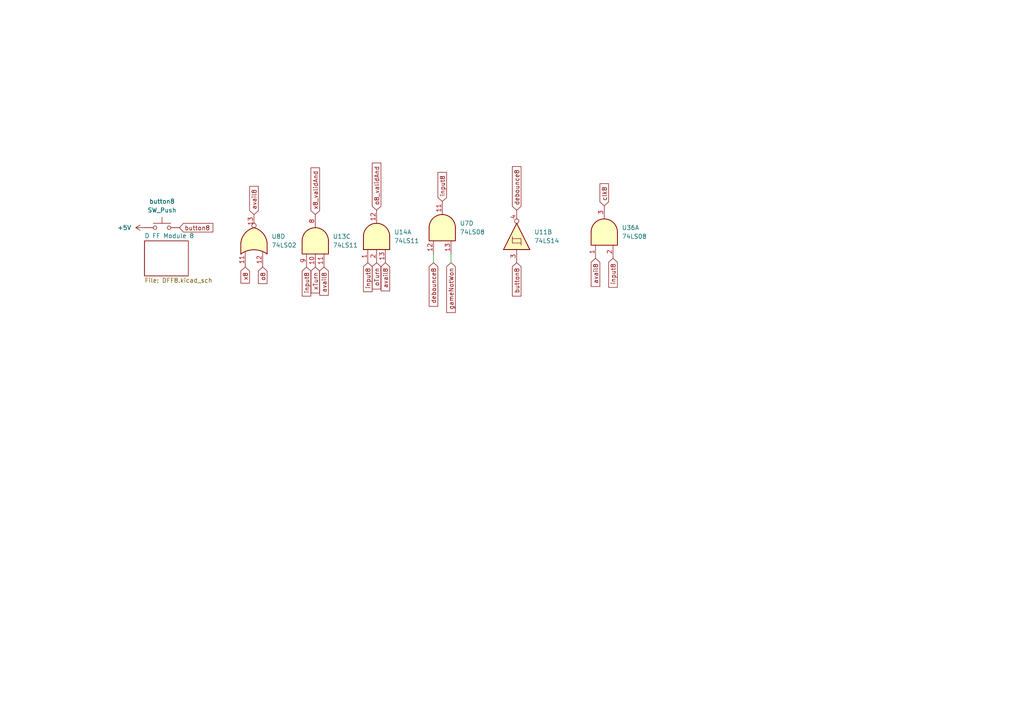
<source format=kicad_sch>
(kicad_sch
	(version 20250114)
	(generator "eeschema")
	(generator_version "9.0")
	(uuid "ecc926be-ca33-4adb-bca6-9f5bee590cbc")
	(paper "A4")
	(lib_symbols
		(symbol "74xx:74LS02"
			(pin_names
				(offset 1.016)
			)
			(exclude_from_sim no)
			(in_bom yes)
			(on_board yes)
			(property "Reference" "U"
				(at 0 1.27 0)
				(effects
					(font
						(size 1.27 1.27)
					)
				)
			)
			(property "Value" "74LS02"
				(at 0 -1.27 0)
				(effects
					(font
						(size 1.27 1.27)
					)
				)
			)
			(property "Footprint" ""
				(at 0 0 0)
				(effects
					(font
						(size 1.27 1.27)
					)
					(hide yes)
				)
			)
			(property "Datasheet" "http://www.ti.com/lit/gpn/sn74ls02"
				(at 0 0 0)
				(effects
					(font
						(size 1.27 1.27)
					)
					(hide yes)
				)
			)
			(property "Description" "quad 2-input NOR gate"
				(at 0 0 0)
				(effects
					(font
						(size 1.27 1.27)
					)
					(hide yes)
				)
			)
			(property "ki_locked" ""
				(at 0 0 0)
				(effects
					(font
						(size 1.27 1.27)
					)
				)
			)
			(property "ki_keywords" "TTL Nor2"
				(at 0 0 0)
				(effects
					(font
						(size 1.27 1.27)
					)
					(hide yes)
				)
			)
			(property "ki_fp_filters" "SO14* DIP*W7.62mm*"
				(at 0 0 0)
				(effects
					(font
						(size 1.27 1.27)
					)
					(hide yes)
				)
			)
			(symbol "74LS02_1_1"
				(arc
					(start -3.81 3.81)
					(mid -2.589 0)
					(end -3.81 -3.81)
					(stroke
						(width 0.254)
						(type default)
					)
					(fill
						(type none)
					)
				)
				(polyline
					(pts
						(xy -3.81 3.81) (xy -0.635 3.81)
					)
					(stroke
						(width 0.254)
						(type default)
					)
					(fill
						(type background)
					)
				)
				(polyline
					(pts
						(xy -3.81 -3.81) (xy -0.635 -3.81)
					)
					(stroke
						(width 0.254)
						(type default)
					)
					(fill
						(type background)
					)
				)
				(arc
					(start 3.81 0)
					(mid 2.1855 -2.584)
					(end -0.6096 -3.81)
					(stroke
						(width 0.254)
						(type default)
					)
					(fill
						(type background)
					)
				)
				(arc
					(start -0.6096 3.81)
					(mid 2.1928 2.5924)
					(end 3.81 0)
					(stroke
						(width 0.254)
						(type default)
					)
					(fill
						(type background)
					)
				)
				(polyline
					(pts
						(xy -0.635 3.81) (xy -3.81 3.81) (xy -3.81 3.81) (xy -3.556 3.4036) (xy -3.0226 2.2606) (xy -2.6924 1.0414)
						(xy -2.6162 -0.254) (xy -2.7686 -1.4986) (xy -3.175 -2.7178) (xy -3.81 -3.81) (xy -3.81 -3.81)
						(xy -0.635 -3.81)
					)
					(stroke
						(width -25.4)
						(type default)
					)
					(fill
						(type background)
					)
				)
				(pin input line
					(at -7.62 2.54 0)
					(length 4.318)
					(name "~"
						(effects
							(font
								(size 1.27 1.27)
							)
						)
					)
					(number "2"
						(effects
							(font
								(size 1.27 1.27)
							)
						)
					)
				)
				(pin input line
					(at -7.62 -2.54 0)
					(length 4.318)
					(name "~"
						(effects
							(font
								(size 1.27 1.27)
							)
						)
					)
					(number "3"
						(effects
							(font
								(size 1.27 1.27)
							)
						)
					)
				)
				(pin output inverted
					(at 7.62 0 180)
					(length 3.81)
					(name "~"
						(effects
							(font
								(size 1.27 1.27)
							)
						)
					)
					(number "1"
						(effects
							(font
								(size 1.27 1.27)
							)
						)
					)
				)
			)
			(symbol "74LS02_1_2"
				(arc
					(start 0 3.81)
					(mid 3.7934 0)
					(end 0 -3.81)
					(stroke
						(width 0.254)
						(type default)
					)
					(fill
						(type background)
					)
				)
				(polyline
					(pts
						(xy 0 3.81) (xy -3.81 3.81) (xy -3.81 -3.81) (xy 0 -3.81)
					)
					(stroke
						(width 0.254)
						(type default)
					)
					(fill
						(type background)
					)
				)
				(pin input inverted
					(at -7.62 2.54 0)
					(length 3.81)
					(name "~"
						(effects
							(font
								(size 1.27 1.27)
							)
						)
					)
					(number "2"
						(effects
							(font
								(size 1.27 1.27)
							)
						)
					)
				)
				(pin input inverted
					(at -7.62 -2.54 0)
					(length 3.81)
					(name "~"
						(effects
							(font
								(size 1.27 1.27)
							)
						)
					)
					(number "3"
						(effects
							(font
								(size 1.27 1.27)
							)
						)
					)
				)
				(pin output line
					(at 7.62 0 180)
					(length 3.81)
					(name "~"
						(effects
							(font
								(size 1.27 1.27)
							)
						)
					)
					(number "1"
						(effects
							(font
								(size 1.27 1.27)
							)
						)
					)
				)
			)
			(symbol "74LS02_2_1"
				(arc
					(start -3.81 3.81)
					(mid -2.589 0)
					(end -3.81 -3.81)
					(stroke
						(width 0.254)
						(type default)
					)
					(fill
						(type none)
					)
				)
				(polyline
					(pts
						(xy -3.81 3.81) (xy -0.635 3.81)
					)
					(stroke
						(width 0.254)
						(type default)
					)
					(fill
						(type background)
					)
				)
				(polyline
					(pts
						(xy -3.81 -3.81) (xy -0.635 -3.81)
					)
					(stroke
						(width 0.254)
						(type default)
					)
					(fill
						(type background)
					)
				)
				(arc
					(start 3.81 0)
					(mid 2.1855 -2.584)
					(end -0.6096 -3.81)
					(stroke
						(width 0.254)
						(type default)
					)
					(fill
						(type background)
					)
				)
				(arc
					(start -0.6096 3.81)
					(mid 2.1928 2.5924)
					(end 3.81 0)
					(stroke
						(width 0.254)
						(type default)
					)
					(fill
						(type background)
					)
				)
				(polyline
					(pts
						(xy -0.635 3.81) (xy -3.81 3.81) (xy -3.81 3.81) (xy -3.556 3.4036) (xy -3.0226 2.2606) (xy -2.6924 1.0414)
						(xy -2.6162 -0.254) (xy -2.7686 -1.4986) (xy -3.175 -2.7178) (xy -3.81 -3.81) (xy -3.81 -3.81)
						(xy -0.635 -3.81)
					)
					(stroke
						(width -25.4)
						(type default)
					)
					(fill
						(type background)
					)
				)
				(pin input line
					(at -7.62 2.54 0)
					(length 4.318)
					(name "~"
						(effects
							(font
								(size 1.27 1.27)
							)
						)
					)
					(number "5"
						(effects
							(font
								(size 1.27 1.27)
							)
						)
					)
				)
				(pin input line
					(at -7.62 -2.54 0)
					(length 4.318)
					(name "~"
						(effects
							(font
								(size 1.27 1.27)
							)
						)
					)
					(number "6"
						(effects
							(font
								(size 1.27 1.27)
							)
						)
					)
				)
				(pin output inverted
					(at 7.62 0 180)
					(length 3.81)
					(name "~"
						(effects
							(font
								(size 1.27 1.27)
							)
						)
					)
					(number "4"
						(effects
							(font
								(size 1.27 1.27)
							)
						)
					)
				)
			)
			(symbol "74LS02_2_2"
				(arc
					(start 0 3.81)
					(mid 3.7934 0)
					(end 0 -3.81)
					(stroke
						(width 0.254)
						(type default)
					)
					(fill
						(type background)
					)
				)
				(polyline
					(pts
						(xy 0 3.81) (xy -3.81 3.81) (xy -3.81 -3.81) (xy 0 -3.81)
					)
					(stroke
						(width 0.254)
						(type default)
					)
					(fill
						(type background)
					)
				)
				(pin input inverted
					(at -7.62 2.54 0)
					(length 3.81)
					(name "~"
						(effects
							(font
								(size 1.27 1.27)
							)
						)
					)
					(number "5"
						(effects
							(font
								(size 1.27 1.27)
							)
						)
					)
				)
				(pin input inverted
					(at -7.62 -2.54 0)
					(length 3.81)
					(name "~"
						(effects
							(font
								(size 1.27 1.27)
							)
						)
					)
					(number "6"
						(effects
							(font
								(size 1.27 1.27)
							)
						)
					)
				)
				(pin output line
					(at 7.62 0 180)
					(length 3.81)
					(name "~"
						(effects
							(font
								(size 1.27 1.27)
							)
						)
					)
					(number "4"
						(effects
							(font
								(size 1.27 1.27)
							)
						)
					)
				)
			)
			(symbol "74LS02_3_1"
				(arc
					(start -3.81 3.81)
					(mid -2.589 0)
					(end -3.81 -3.81)
					(stroke
						(width 0.254)
						(type default)
					)
					(fill
						(type none)
					)
				)
				(polyline
					(pts
						(xy -3.81 3.81) (xy -0.635 3.81)
					)
					(stroke
						(width 0.254)
						(type default)
					)
					(fill
						(type background)
					)
				)
				(polyline
					(pts
						(xy -3.81 -3.81) (xy -0.635 -3.81)
					)
					(stroke
						(width 0.254)
						(type default)
					)
					(fill
						(type background)
					)
				)
				(arc
					(start 3.81 0)
					(mid 2.1855 -2.584)
					(end -0.6096 -3.81)
					(stroke
						(width 0.254)
						(type default)
					)
					(fill
						(type background)
					)
				)
				(arc
					(start -0.6096 3.81)
					(mid 2.1928 2.5924)
					(end 3.81 0)
					(stroke
						(width 0.254)
						(type default)
					)
					(fill
						(type background)
					)
				)
				(polyline
					(pts
						(xy -0.635 3.81) (xy -3.81 3.81) (xy -3.81 3.81) (xy -3.556 3.4036) (xy -3.0226 2.2606) (xy -2.6924 1.0414)
						(xy -2.6162 -0.254) (xy -2.7686 -1.4986) (xy -3.175 -2.7178) (xy -3.81 -3.81) (xy -3.81 -3.81)
						(xy -0.635 -3.81)
					)
					(stroke
						(width -25.4)
						(type default)
					)
					(fill
						(type background)
					)
				)
				(pin input line
					(at -7.62 2.54 0)
					(length 4.318)
					(name "~"
						(effects
							(font
								(size 1.27 1.27)
							)
						)
					)
					(number "8"
						(effects
							(font
								(size 1.27 1.27)
							)
						)
					)
				)
				(pin input line
					(at -7.62 -2.54 0)
					(length 4.318)
					(name "~"
						(effects
							(font
								(size 1.27 1.27)
							)
						)
					)
					(number "9"
						(effects
							(font
								(size 1.27 1.27)
							)
						)
					)
				)
				(pin output inverted
					(at 7.62 0 180)
					(length 3.81)
					(name "~"
						(effects
							(font
								(size 1.27 1.27)
							)
						)
					)
					(number "10"
						(effects
							(font
								(size 1.27 1.27)
							)
						)
					)
				)
			)
			(symbol "74LS02_3_2"
				(arc
					(start 0 3.81)
					(mid 3.7934 0)
					(end 0 -3.81)
					(stroke
						(width 0.254)
						(type default)
					)
					(fill
						(type background)
					)
				)
				(polyline
					(pts
						(xy 0 3.81) (xy -3.81 3.81) (xy -3.81 -3.81) (xy 0 -3.81)
					)
					(stroke
						(width 0.254)
						(type default)
					)
					(fill
						(type background)
					)
				)
				(pin input inverted
					(at -7.62 2.54 0)
					(length 3.81)
					(name "~"
						(effects
							(font
								(size 1.27 1.27)
							)
						)
					)
					(number "8"
						(effects
							(font
								(size 1.27 1.27)
							)
						)
					)
				)
				(pin input inverted
					(at -7.62 -2.54 0)
					(length 3.81)
					(name "~"
						(effects
							(font
								(size 1.27 1.27)
							)
						)
					)
					(number "9"
						(effects
							(font
								(size 1.27 1.27)
							)
						)
					)
				)
				(pin output line
					(at 7.62 0 180)
					(length 3.81)
					(name "~"
						(effects
							(font
								(size 1.27 1.27)
							)
						)
					)
					(number "10"
						(effects
							(font
								(size 1.27 1.27)
							)
						)
					)
				)
			)
			(symbol "74LS02_4_1"
				(arc
					(start -3.81 3.81)
					(mid -2.589 0)
					(end -3.81 -3.81)
					(stroke
						(width 0.254)
						(type default)
					)
					(fill
						(type none)
					)
				)
				(polyline
					(pts
						(xy -3.81 3.81) (xy -0.635 3.81)
					)
					(stroke
						(width 0.254)
						(type default)
					)
					(fill
						(type background)
					)
				)
				(polyline
					(pts
						(xy -3.81 -3.81) (xy -0.635 -3.81)
					)
					(stroke
						(width 0.254)
						(type default)
					)
					(fill
						(type background)
					)
				)
				(arc
					(start 3.81 0)
					(mid 2.1855 -2.584)
					(end -0.6096 -3.81)
					(stroke
						(width 0.254)
						(type default)
					)
					(fill
						(type background)
					)
				)
				(arc
					(start -0.6096 3.81)
					(mid 2.1928 2.5924)
					(end 3.81 0)
					(stroke
						(width 0.254)
						(type default)
					)
					(fill
						(type background)
					)
				)
				(polyline
					(pts
						(xy -0.635 3.81) (xy -3.81 3.81) (xy -3.81 3.81) (xy -3.556 3.4036) (xy -3.0226 2.2606) (xy -2.6924 1.0414)
						(xy -2.6162 -0.254) (xy -2.7686 -1.4986) (xy -3.175 -2.7178) (xy -3.81 -3.81) (xy -3.81 -3.81)
						(xy -0.635 -3.81)
					)
					(stroke
						(width -25.4)
						(type default)
					)
					(fill
						(type background)
					)
				)
				(pin input line
					(at -7.62 2.54 0)
					(length 4.318)
					(name "~"
						(effects
							(font
								(size 1.27 1.27)
							)
						)
					)
					(number "11"
						(effects
							(font
								(size 1.27 1.27)
							)
						)
					)
				)
				(pin input line
					(at -7.62 -2.54 0)
					(length 4.318)
					(name "~"
						(effects
							(font
								(size 1.27 1.27)
							)
						)
					)
					(number "12"
						(effects
							(font
								(size 1.27 1.27)
							)
						)
					)
				)
				(pin output inverted
					(at 7.62 0 180)
					(length 3.81)
					(name "~"
						(effects
							(font
								(size 1.27 1.27)
							)
						)
					)
					(number "13"
						(effects
							(font
								(size 1.27 1.27)
							)
						)
					)
				)
			)
			(symbol "74LS02_4_2"
				(arc
					(start 0 3.81)
					(mid 3.7934 0)
					(end 0 -3.81)
					(stroke
						(width 0.254)
						(type default)
					)
					(fill
						(type background)
					)
				)
				(polyline
					(pts
						(xy 0 3.81) (xy -3.81 3.81) (xy -3.81 -3.81) (xy 0 -3.81)
					)
					(stroke
						(width 0.254)
						(type default)
					)
					(fill
						(type background)
					)
				)
				(pin input inverted
					(at -7.62 2.54 0)
					(length 3.81)
					(name "~"
						(effects
							(font
								(size 1.27 1.27)
							)
						)
					)
					(number "11"
						(effects
							(font
								(size 1.27 1.27)
							)
						)
					)
				)
				(pin input inverted
					(at -7.62 -2.54 0)
					(length 3.81)
					(name "~"
						(effects
							(font
								(size 1.27 1.27)
							)
						)
					)
					(number "12"
						(effects
							(font
								(size 1.27 1.27)
							)
						)
					)
				)
				(pin output line
					(at 7.62 0 180)
					(length 3.81)
					(name "~"
						(effects
							(font
								(size 1.27 1.27)
							)
						)
					)
					(number "13"
						(effects
							(font
								(size 1.27 1.27)
							)
						)
					)
				)
			)
			(symbol "74LS02_5_0"
				(pin power_in line
					(at 0 12.7 270)
					(length 5.08)
					(name "VCC"
						(effects
							(font
								(size 1.27 1.27)
							)
						)
					)
					(number "14"
						(effects
							(font
								(size 1.27 1.27)
							)
						)
					)
				)
				(pin power_in line
					(at 0 -12.7 90)
					(length 5.08)
					(name "GND"
						(effects
							(font
								(size 1.27 1.27)
							)
						)
					)
					(number "7"
						(effects
							(font
								(size 1.27 1.27)
							)
						)
					)
				)
			)
			(symbol "74LS02_5_1"
				(rectangle
					(start -5.08 7.62)
					(end 5.08 -7.62)
					(stroke
						(width 0.254)
						(type default)
					)
					(fill
						(type background)
					)
				)
			)
			(embedded_fonts no)
		)
		(symbol "74xx:74LS08"
			(pin_names
				(offset 1.016)
			)
			(exclude_from_sim no)
			(in_bom yes)
			(on_board yes)
			(property "Reference" "U"
				(at 0 1.27 0)
				(effects
					(font
						(size 1.27 1.27)
					)
				)
			)
			(property "Value" "74LS08"
				(at 0 -1.27 0)
				(effects
					(font
						(size 1.27 1.27)
					)
				)
			)
			(property "Footprint" ""
				(at 0 0 0)
				(effects
					(font
						(size 1.27 1.27)
					)
					(hide yes)
				)
			)
			(property "Datasheet" "http://www.ti.com/lit/gpn/sn74LS08"
				(at 0 0 0)
				(effects
					(font
						(size 1.27 1.27)
					)
					(hide yes)
				)
			)
			(property "Description" "Quad And2"
				(at 0 0 0)
				(effects
					(font
						(size 1.27 1.27)
					)
					(hide yes)
				)
			)
			(property "ki_locked" ""
				(at 0 0 0)
				(effects
					(font
						(size 1.27 1.27)
					)
				)
			)
			(property "ki_keywords" "TTL and2"
				(at 0 0 0)
				(effects
					(font
						(size 1.27 1.27)
					)
					(hide yes)
				)
			)
			(property "ki_fp_filters" "DIP*W7.62mm*"
				(at 0 0 0)
				(effects
					(font
						(size 1.27 1.27)
					)
					(hide yes)
				)
			)
			(symbol "74LS08_1_1"
				(arc
					(start 0 3.81)
					(mid 3.7934 0)
					(end 0 -3.81)
					(stroke
						(width 0.254)
						(type default)
					)
					(fill
						(type background)
					)
				)
				(polyline
					(pts
						(xy 0 3.81) (xy -3.81 3.81) (xy -3.81 -3.81) (xy 0 -3.81)
					)
					(stroke
						(width 0.254)
						(type default)
					)
					(fill
						(type background)
					)
				)
				(pin input line
					(at -7.62 2.54 0)
					(length 3.81)
					(name "~"
						(effects
							(font
								(size 1.27 1.27)
							)
						)
					)
					(number "1"
						(effects
							(font
								(size 1.27 1.27)
							)
						)
					)
				)
				(pin input line
					(at -7.62 -2.54 0)
					(length 3.81)
					(name "~"
						(effects
							(font
								(size 1.27 1.27)
							)
						)
					)
					(number "2"
						(effects
							(font
								(size 1.27 1.27)
							)
						)
					)
				)
				(pin output line
					(at 7.62 0 180)
					(length 3.81)
					(name "~"
						(effects
							(font
								(size 1.27 1.27)
							)
						)
					)
					(number "3"
						(effects
							(font
								(size 1.27 1.27)
							)
						)
					)
				)
			)
			(symbol "74LS08_1_2"
				(arc
					(start -3.81 3.81)
					(mid -2.589 0)
					(end -3.81 -3.81)
					(stroke
						(width 0.254)
						(type default)
					)
					(fill
						(type none)
					)
				)
				(polyline
					(pts
						(xy -3.81 3.81) (xy -0.635 3.81)
					)
					(stroke
						(width 0.254)
						(type default)
					)
					(fill
						(type background)
					)
				)
				(polyline
					(pts
						(xy -3.81 -3.81) (xy -0.635 -3.81)
					)
					(stroke
						(width 0.254)
						(type default)
					)
					(fill
						(type background)
					)
				)
				(arc
					(start 3.81 0)
					(mid 2.1855 -2.584)
					(end -0.6096 -3.81)
					(stroke
						(width 0.254)
						(type default)
					)
					(fill
						(type background)
					)
				)
				(arc
					(start -0.6096 3.81)
					(mid 2.1928 2.5924)
					(end 3.81 0)
					(stroke
						(width 0.254)
						(type default)
					)
					(fill
						(type background)
					)
				)
				(polyline
					(pts
						(xy -0.635 3.81) (xy -3.81 3.81) (xy -3.81 3.81) (xy -3.556 3.4036) (xy -3.0226 2.2606) (xy -2.6924 1.0414)
						(xy -2.6162 -0.254) (xy -2.7686 -1.4986) (xy -3.175 -2.7178) (xy -3.81 -3.81) (xy -3.81 -3.81)
						(xy -0.635 -3.81)
					)
					(stroke
						(width -25.4)
						(type default)
					)
					(fill
						(type background)
					)
				)
				(pin input inverted
					(at -7.62 2.54 0)
					(length 4.318)
					(name "~"
						(effects
							(font
								(size 1.27 1.27)
							)
						)
					)
					(number "1"
						(effects
							(font
								(size 1.27 1.27)
							)
						)
					)
				)
				(pin input inverted
					(at -7.62 -2.54 0)
					(length 4.318)
					(name "~"
						(effects
							(font
								(size 1.27 1.27)
							)
						)
					)
					(number "2"
						(effects
							(font
								(size 1.27 1.27)
							)
						)
					)
				)
				(pin output inverted
					(at 7.62 0 180)
					(length 3.81)
					(name "~"
						(effects
							(font
								(size 1.27 1.27)
							)
						)
					)
					(number "3"
						(effects
							(font
								(size 1.27 1.27)
							)
						)
					)
				)
			)
			(symbol "74LS08_2_1"
				(arc
					(start 0 3.81)
					(mid 3.7934 0)
					(end 0 -3.81)
					(stroke
						(width 0.254)
						(type default)
					)
					(fill
						(type background)
					)
				)
				(polyline
					(pts
						(xy 0 3.81) (xy -3.81 3.81) (xy -3.81 -3.81) (xy 0 -3.81)
					)
					(stroke
						(width 0.254)
						(type default)
					)
					(fill
						(type background)
					)
				)
				(pin input line
					(at -7.62 2.54 0)
					(length 3.81)
					(name "~"
						(effects
							(font
								(size 1.27 1.27)
							)
						)
					)
					(number "4"
						(effects
							(font
								(size 1.27 1.27)
							)
						)
					)
				)
				(pin input line
					(at -7.62 -2.54 0)
					(length 3.81)
					(name "~"
						(effects
							(font
								(size 1.27 1.27)
							)
						)
					)
					(number "5"
						(effects
							(font
								(size 1.27 1.27)
							)
						)
					)
				)
				(pin output line
					(at 7.62 0 180)
					(length 3.81)
					(name "~"
						(effects
							(font
								(size 1.27 1.27)
							)
						)
					)
					(number "6"
						(effects
							(font
								(size 1.27 1.27)
							)
						)
					)
				)
			)
			(symbol "74LS08_2_2"
				(arc
					(start -3.81 3.81)
					(mid -2.589 0)
					(end -3.81 -3.81)
					(stroke
						(width 0.254)
						(type default)
					)
					(fill
						(type none)
					)
				)
				(polyline
					(pts
						(xy -3.81 3.81) (xy -0.635 3.81)
					)
					(stroke
						(width 0.254)
						(type default)
					)
					(fill
						(type background)
					)
				)
				(polyline
					(pts
						(xy -3.81 -3.81) (xy -0.635 -3.81)
					)
					(stroke
						(width 0.254)
						(type default)
					)
					(fill
						(type background)
					)
				)
				(arc
					(start 3.81 0)
					(mid 2.1855 -2.584)
					(end -0.6096 -3.81)
					(stroke
						(width 0.254)
						(type default)
					)
					(fill
						(type background)
					)
				)
				(arc
					(start -0.6096 3.81)
					(mid 2.1928 2.5924)
					(end 3.81 0)
					(stroke
						(width 0.254)
						(type default)
					)
					(fill
						(type background)
					)
				)
				(polyline
					(pts
						(xy -0.635 3.81) (xy -3.81 3.81) (xy -3.81 3.81) (xy -3.556 3.4036) (xy -3.0226 2.2606) (xy -2.6924 1.0414)
						(xy -2.6162 -0.254) (xy -2.7686 -1.4986) (xy -3.175 -2.7178) (xy -3.81 -3.81) (xy -3.81 -3.81)
						(xy -0.635 -3.81)
					)
					(stroke
						(width -25.4)
						(type default)
					)
					(fill
						(type background)
					)
				)
				(pin input inverted
					(at -7.62 2.54 0)
					(length 4.318)
					(name "~"
						(effects
							(font
								(size 1.27 1.27)
							)
						)
					)
					(number "4"
						(effects
							(font
								(size 1.27 1.27)
							)
						)
					)
				)
				(pin input inverted
					(at -7.62 -2.54 0)
					(length 4.318)
					(name "~"
						(effects
							(font
								(size 1.27 1.27)
							)
						)
					)
					(number "5"
						(effects
							(font
								(size 1.27 1.27)
							)
						)
					)
				)
				(pin output inverted
					(at 7.62 0 180)
					(length 3.81)
					(name "~"
						(effects
							(font
								(size 1.27 1.27)
							)
						)
					)
					(number "6"
						(effects
							(font
								(size 1.27 1.27)
							)
						)
					)
				)
			)
			(symbol "74LS08_3_1"
				(arc
					(start 0 3.81)
					(mid 3.7934 0)
					(end 0 -3.81)
					(stroke
						(width 0.254)
						(type default)
					)
					(fill
						(type background)
					)
				)
				(polyline
					(pts
						(xy 0 3.81) (xy -3.81 3.81) (xy -3.81 -3.81) (xy 0 -3.81)
					)
					(stroke
						(width 0.254)
						(type default)
					)
					(fill
						(type background)
					)
				)
				(pin input line
					(at -7.62 2.54 0)
					(length 3.81)
					(name "~"
						(effects
							(font
								(size 1.27 1.27)
							)
						)
					)
					(number "9"
						(effects
							(font
								(size 1.27 1.27)
							)
						)
					)
				)
				(pin input line
					(at -7.62 -2.54 0)
					(length 3.81)
					(name "~"
						(effects
							(font
								(size 1.27 1.27)
							)
						)
					)
					(number "10"
						(effects
							(font
								(size 1.27 1.27)
							)
						)
					)
				)
				(pin output line
					(at 7.62 0 180)
					(length 3.81)
					(name "~"
						(effects
							(font
								(size 1.27 1.27)
							)
						)
					)
					(number "8"
						(effects
							(font
								(size 1.27 1.27)
							)
						)
					)
				)
			)
			(symbol "74LS08_3_2"
				(arc
					(start -3.81 3.81)
					(mid -2.589 0)
					(end -3.81 -3.81)
					(stroke
						(width 0.254)
						(type default)
					)
					(fill
						(type none)
					)
				)
				(polyline
					(pts
						(xy -3.81 3.81) (xy -0.635 3.81)
					)
					(stroke
						(width 0.254)
						(type default)
					)
					(fill
						(type background)
					)
				)
				(polyline
					(pts
						(xy -3.81 -3.81) (xy -0.635 -3.81)
					)
					(stroke
						(width 0.254)
						(type default)
					)
					(fill
						(type background)
					)
				)
				(arc
					(start 3.81 0)
					(mid 2.1855 -2.584)
					(end -0.6096 -3.81)
					(stroke
						(width 0.254)
						(type default)
					)
					(fill
						(type background)
					)
				)
				(arc
					(start -0.6096 3.81)
					(mid 2.1928 2.5924)
					(end 3.81 0)
					(stroke
						(width 0.254)
						(type default)
					)
					(fill
						(type background)
					)
				)
				(polyline
					(pts
						(xy -0.635 3.81) (xy -3.81 3.81) (xy -3.81 3.81) (xy -3.556 3.4036) (xy -3.0226 2.2606) (xy -2.6924 1.0414)
						(xy -2.6162 -0.254) (xy -2.7686 -1.4986) (xy -3.175 -2.7178) (xy -3.81 -3.81) (xy -3.81 -3.81)
						(xy -0.635 -3.81)
					)
					(stroke
						(width -25.4)
						(type default)
					)
					(fill
						(type background)
					)
				)
				(pin input inverted
					(at -7.62 2.54 0)
					(length 4.318)
					(name "~"
						(effects
							(font
								(size 1.27 1.27)
							)
						)
					)
					(number "9"
						(effects
							(font
								(size 1.27 1.27)
							)
						)
					)
				)
				(pin input inverted
					(at -7.62 -2.54 0)
					(length 4.318)
					(name "~"
						(effects
							(font
								(size 1.27 1.27)
							)
						)
					)
					(number "10"
						(effects
							(font
								(size 1.27 1.27)
							)
						)
					)
				)
				(pin output inverted
					(at 7.62 0 180)
					(length 3.81)
					(name "~"
						(effects
							(font
								(size 1.27 1.27)
							)
						)
					)
					(number "8"
						(effects
							(font
								(size 1.27 1.27)
							)
						)
					)
				)
			)
			(symbol "74LS08_4_1"
				(arc
					(start 0 3.81)
					(mid 3.7934 0)
					(end 0 -3.81)
					(stroke
						(width 0.254)
						(type default)
					)
					(fill
						(type background)
					)
				)
				(polyline
					(pts
						(xy 0 3.81) (xy -3.81 3.81) (xy -3.81 -3.81) (xy 0 -3.81)
					)
					(stroke
						(width 0.254)
						(type default)
					)
					(fill
						(type background)
					)
				)
				(pin input line
					(at -7.62 2.54 0)
					(length 3.81)
					(name "~"
						(effects
							(font
								(size 1.27 1.27)
							)
						)
					)
					(number "12"
						(effects
							(font
								(size 1.27 1.27)
							)
						)
					)
				)
				(pin input line
					(at -7.62 -2.54 0)
					(length 3.81)
					(name "~"
						(effects
							(font
								(size 1.27 1.27)
							)
						)
					)
					(number "13"
						(effects
							(font
								(size 1.27 1.27)
							)
						)
					)
				)
				(pin output line
					(at 7.62 0 180)
					(length 3.81)
					(name "~"
						(effects
							(font
								(size 1.27 1.27)
							)
						)
					)
					(number "11"
						(effects
							(font
								(size 1.27 1.27)
							)
						)
					)
				)
			)
			(symbol "74LS08_4_2"
				(arc
					(start -3.81 3.81)
					(mid -2.589 0)
					(end -3.81 -3.81)
					(stroke
						(width 0.254)
						(type default)
					)
					(fill
						(type none)
					)
				)
				(polyline
					(pts
						(xy -3.81 3.81) (xy -0.635 3.81)
					)
					(stroke
						(width 0.254)
						(type default)
					)
					(fill
						(type background)
					)
				)
				(polyline
					(pts
						(xy -3.81 -3.81) (xy -0.635 -3.81)
					)
					(stroke
						(width 0.254)
						(type default)
					)
					(fill
						(type background)
					)
				)
				(arc
					(start 3.81 0)
					(mid 2.1855 -2.584)
					(end -0.6096 -3.81)
					(stroke
						(width 0.254)
						(type default)
					)
					(fill
						(type background)
					)
				)
				(arc
					(start -0.6096 3.81)
					(mid 2.1928 2.5924)
					(end 3.81 0)
					(stroke
						(width 0.254)
						(type default)
					)
					(fill
						(type background)
					)
				)
				(polyline
					(pts
						(xy -0.635 3.81) (xy -3.81 3.81) (xy -3.81 3.81) (xy -3.556 3.4036) (xy -3.0226 2.2606) (xy -2.6924 1.0414)
						(xy -2.6162 -0.254) (xy -2.7686 -1.4986) (xy -3.175 -2.7178) (xy -3.81 -3.81) (xy -3.81 -3.81)
						(xy -0.635 -3.81)
					)
					(stroke
						(width -25.4)
						(type default)
					)
					(fill
						(type background)
					)
				)
				(pin input inverted
					(at -7.62 2.54 0)
					(length 4.318)
					(name "~"
						(effects
							(font
								(size 1.27 1.27)
							)
						)
					)
					(number "12"
						(effects
							(font
								(size 1.27 1.27)
							)
						)
					)
				)
				(pin input inverted
					(at -7.62 -2.54 0)
					(length 4.318)
					(name "~"
						(effects
							(font
								(size 1.27 1.27)
							)
						)
					)
					(number "13"
						(effects
							(font
								(size 1.27 1.27)
							)
						)
					)
				)
				(pin output inverted
					(at 7.62 0 180)
					(length 3.81)
					(name "~"
						(effects
							(font
								(size 1.27 1.27)
							)
						)
					)
					(number "11"
						(effects
							(font
								(size 1.27 1.27)
							)
						)
					)
				)
			)
			(symbol "74LS08_5_0"
				(pin power_in line
					(at 0 12.7 270)
					(length 5.08)
					(name "VCC"
						(effects
							(font
								(size 1.27 1.27)
							)
						)
					)
					(number "14"
						(effects
							(font
								(size 1.27 1.27)
							)
						)
					)
				)
				(pin power_in line
					(at 0 -12.7 90)
					(length 5.08)
					(name "GND"
						(effects
							(font
								(size 1.27 1.27)
							)
						)
					)
					(number "7"
						(effects
							(font
								(size 1.27 1.27)
							)
						)
					)
				)
			)
			(symbol "74LS08_5_1"
				(rectangle
					(start -5.08 7.62)
					(end 5.08 -7.62)
					(stroke
						(width 0.254)
						(type default)
					)
					(fill
						(type background)
					)
				)
			)
			(embedded_fonts no)
		)
		(symbol "74xx:74LS11"
			(pin_names
				(offset 1.016)
			)
			(exclude_from_sim no)
			(in_bom yes)
			(on_board yes)
			(property "Reference" "U"
				(at 0 1.27 0)
				(effects
					(font
						(size 1.27 1.27)
					)
				)
			)
			(property "Value" "74LS11"
				(at 0 -1.27 0)
				(effects
					(font
						(size 1.27 1.27)
					)
				)
			)
			(property "Footprint" ""
				(at 0 0 0)
				(effects
					(font
						(size 1.27 1.27)
					)
					(hide yes)
				)
			)
			(property "Datasheet" "http://www.ti.com/lit/gpn/sn74LS11"
				(at 0 0 0)
				(effects
					(font
						(size 1.27 1.27)
					)
					(hide yes)
				)
			)
			(property "Description" "Triple 3-input AND"
				(at 0 0 0)
				(effects
					(font
						(size 1.27 1.27)
					)
					(hide yes)
				)
			)
			(property "ki_locked" ""
				(at 0 0 0)
				(effects
					(font
						(size 1.27 1.27)
					)
				)
			)
			(property "ki_keywords" "TTL And3"
				(at 0 0 0)
				(effects
					(font
						(size 1.27 1.27)
					)
					(hide yes)
				)
			)
			(property "ki_fp_filters" "DIP*W7.62mm*"
				(at 0 0 0)
				(effects
					(font
						(size 1.27 1.27)
					)
					(hide yes)
				)
			)
			(symbol "74LS11_1_1"
				(arc
					(start 0 3.81)
					(mid 3.7934 0)
					(end 0 -3.81)
					(stroke
						(width 0.254)
						(type default)
					)
					(fill
						(type background)
					)
				)
				(polyline
					(pts
						(xy 0 3.81) (xy -3.81 3.81) (xy -3.81 -3.81) (xy 0 -3.81)
					)
					(stroke
						(width 0.254)
						(type default)
					)
					(fill
						(type background)
					)
				)
				(pin input line
					(at -7.62 2.54 0)
					(length 3.81)
					(name "~"
						(effects
							(font
								(size 1.27 1.27)
							)
						)
					)
					(number "1"
						(effects
							(font
								(size 1.27 1.27)
							)
						)
					)
				)
				(pin input line
					(at -7.62 0 0)
					(length 3.81)
					(name "~"
						(effects
							(font
								(size 1.27 1.27)
							)
						)
					)
					(number "2"
						(effects
							(font
								(size 1.27 1.27)
							)
						)
					)
				)
				(pin input line
					(at -7.62 -2.54 0)
					(length 3.81)
					(name "~"
						(effects
							(font
								(size 1.27 1.27)
							)
						)
					)
					(number "13"
						(effects
							(font
								(size 1.27 1.27)
							)
						)
					)
				)
				(pin output line
					(at 7.62 0 180)
					(length 3.81)
					(name "~"
						(effects
							(font
								(size 1.27 1.27)
							)
						)
					)
					(number "12"
						(effects
							(font
								(size 1.27 1.27)
							)
						)
					)
				)
			)
			(symbol "74LS11_1_2"
				(arc
					(start -3.81 3.81)
					(mid -2.589 0)
					(end -3.81 -3.81)
					(stroke
						(width 0.254)
						(type default)
					)
					(fill
						(type none)
					)
				)
				(polyline
					(pts
						(xy -3.81 3.81) (xy -0.635 3.81)
					)
					(stroke
						(width 0.254)
						(type default)
					)
					(fill
						(type background)
					)
				)
				(polyline
					(pts
						(xy -3.81 -3.81) (xy -0.635 -3.81)
					)
					(stroke
						(width 0.254)
						(type default)
					)
					(fill
						(type background)
					)
				)
				(arc
					(start 3.81 0)
					(mid 2.1855 -2.584)
					(end -0.6096 -3.81)
					(stroke
						(width 0.254)
						(type default)
					)
					(fill
						(type background)
					)
				)
				(arc
					(start -0.6096 3.81)
					(mid 2.1928 2.5924)
					(end 3.81 0)
					(stroke
						(width 0.254)
						(type default)
					)
					(fill
						(type background)
					)
				)
				(polyline
					(pts
						(xy -0.635 3.81) (xy -3.81 3.81) (xy -3.81 3.81) (xy -3.556 3.4036) (xy -3.0226 2.2606) (xy -2.6924 1.0414)
						(xy -2.6162 -0.254) (xy -2.7686 -1.4986) (xy -3.175 -2.7178) (xy -3.81 -3.81) (xy -3.81 -3.81)
						(xy -0.635 -3.81)
					)
					(stroke
						(width -25.4)
						(type default)
					)
					(fill
						(type background)
					)
				)
				(pin input inverted
					(at -7.62 2.54 0)
					(length 4.318)
					(name "~"
						(effects
							(font
								(size 1.27 1.27)
							)
						)
					)
					(number "1"
						(effects
							(font
								(size 1.27 1.27)
							)
						)
					)
				)
				(pin input inverted
					(at -7.62 0 0)
					(length 4.953)
					(name "~"
						(effects
							(font
								(size 1.27 1.27)
							)
						)
					)
					(number "2"
						(effects
							(font
								(size 1.27 1.27)
							)
						)
					)
				)
				(pin input inverted
					(at -7.62 -2.54 0)
					(length 4.318)
					(name "~"
						(effects
							(font
								(size 1.27 1.27)
							)
						)
					)
					(number "13"
						(effects
							(font
								(size 1.27 1.27)
							)
						)
					)
				)
				(pin output inverted
					(at 7.62 0 180)
					(length 3.81)
					(name "~"
						(effects
							(font
								(size 1.27 1.27)
							)
						)
					)
					(number "12"
						(effects
							(font
								(size 1.27 1.27)
							)
						)
					)
				)
			)
			(symbol "74LS11_2_1"
				(arc
					(start 0 3.81)
					(mid 3.7934 0)
					(end 0 -3.81)
					(stroke
						(width 0.254)
						(type default)
					)
					(fill
						(type background)
					)
				)
				(polyline
					(pts
						(xy 0 3.81) (xy -3.81 3.81) (xy -3.81 -3.81) (xy 0 -3.81)
					)
					(stroke
						(width 0.254)
						(type default)
					)
					(fill
						(type background)
					)
				)
				(pin input line
					(at -7.62 2.54 0)
					(length 3.81)
					(name "~"
						(effects
							(font
								(size 1.27 1.27)
							)
						)
					)
					(number "3"
						(effects
							(font
								(size 1.27 1.27)
							)
						)
					)
				)
				(pin input line
					(at -7.62 0 0)
					(length 3.81)
					(name "~"
						(effects
							(font
								(size 1.27 1.27)
							)
						)
					)
					(number "4"
						(effects
							(font
								(size 1.27 1.27)
							)
						)
					)
				)
				(pin input line
					(at -7.62 -2.54 0)
					(length 3.81)
					(name "~"
						(effects
							(font
								(size 1.27 1.27)
							)
						)
					)
					(number "5"
						(effects
							(font
								(size 1.27 1.27)
							)
						)
					)
				)
				(pin output line
					(at 7.62 0 180)
					(length 3.81)
					(name "~"
						(effects
							(font
								(size 1.27 1.27)
							)
						)
					)
					(number "6"
						(effects
							(font
								(size 1.27 1.27)
							)
						)
					)
				)
			)
			(symbol "74LS11_2_2"
				(arc
					(start -3.81 3.81)
					(mid -2.589 0)
					(end -3.81 -3.81)
					(stroke
						(width 0.254)
						(type default)
					)
					(fill
						(type none)
					)
				)
				(polyline
					(pts
						(xy -3.81 3.81) (xy -0.635 3.81)
					)
					(stroke
						(width 0.254)
						(type default)
					)
					(fill
						(type background)
					)
				)
				(polyline
					(pts
						(xy -3.81 -3.81) (xy -0.635 -3.81)
					)
					(stroke
						(width 0.254)
						(type default)
					)
					(fill
						(type background)
					)
				)
				(arc
					(start 3.81 0)
					(mid 2.1855 -2.584)
					(end -0.6096 -3.81)
					(stroke
						(width 0.254)
						(type default)
					)
					(fill
						(type background)
					)
				)
				(arc
					(start -0.6096 3.81)
					(mid 2.1928 2.5924)
					(end 3.81 0)
					(stroke
						(width 0.254)
						(type default)
					)
					(fill
						(type background)
					)
				)
				(polyline
					(pts
						(xy -0.635 3.81) (xy -3.81 3.81) (xy -3.81 3.81) (xy -3.556 3.4036) (xy -3.0226 2.2606) (xy -2.6924 1.0414)
						(xy -2.6162 -0.254) (xy -2.7686 -1.4986) (xy -3.175 -2.7178) (xy -3.81 -3.81) (xy -3.81 -3.81)
						(xy -0.635 -3.81)
					)
					(stroke
						(width -25.4)
						(type default)
					)
					(fill
						(type background)
					)
				)
				(pin input inverted
					(at -7.62 2.54 0)
					(length 4.318)
					(name "~"
						(effects
							(font
								(size 1.27 1.27)
							)
						)
					)
					(number "3"
						(effects
							(font
								(size 1.27 1.27)
							)
						)
					)
				)
				(pin input inverted
					(at -7.62 0 0)
					(length 4.953)
					(name "~"
						(effects
							(font
								(size 1.27 1.27)
							)
						)
					)
					(number "4"
						(effects
							(font
								(size 1.27 1.27)
							)
						)
					)
				)
				(pin input inverted
					(at -7.62 -2.54 0)
					(length 4.318)
					(name "~"
						(effects
							(font
								(size 1.27 1.27)
							)
						)
					)
					(number "5"
						(effects
							(font
								(size 1.27 1.27)
							)
						)
					)
				)
				(pin output inverted
					(at 7.62 0 180)
					(length 3.81)
					(name "~"
						(effects
							(font
								(size 1.27 1.27)
							)
						)
					)
					(number "6"
						(effects
							(font
								(size 1.27 1.27)
							)
						)
					)
				)
			)
			(symbol "74LS11_3_1"
				(arc
					(start 0 3.81)
					(mid 3.7934 0)
					(end 0 -3.81)
					(stroke
						(width 0.254)
						(type default)
					)
					(fill
						(type background)
					)
				)
				(polyline
					(pts
						(xy 0 3.81) (xy -3.81 3.81) (xy -3.81 -3.81) (xy 0 -3.81)
					)
					(stroke
						(width 0.254)
						(type default)
					)
					(fill
						(type background)
					)
				)
				(pin input line
					(at -7.62 2.54 0)
					(length 3.81)
					(name "~"
						(effects
							(font
								(size 1.27 1.27)
							)
						)
					)
					(number "9"
						(effects
							(font
								(size 1.27 1.27)
							)
						)
					)
				)
				(pin input line
					(at -7.62 0 0)
					(length 3.81)
					(name "~"
						(effects
							(font
								(size 1.27 1.27)
							)
						)
					)
					(number "10"
						(effects
							(font
								(size 1.27 1.27)
							)
						)
					)
				)
				(pin input line
					(at -7.62 -2.54 0)
					(length 3.81)
					(name "~"
						(effects
							(font
								(size 1.27 1.27)
							)
						)
					)
					(number "11"
						(effects
							(font
								(size 1.27 1.27)
							)
						)
					)
				)
				(pin output line
					(at 7.62 0 180)
					(length 3.81)
					(name "~"
						(effects
							(font
								(size 1.27 1.27)
							)
						)
					)
					(number "8"
						(effects
							(font
								(size 1.27 1.27)
							)
						)
					)
				)
			)
			(symbol "74LS11_3_2"
				(arc
					(start -3.81 3.81)
					(mid -2.589 0)
					(end -3.81 -3.81)
					(stroke
						(width 0.254)
						(type default)
					)
					(fill
						(type none)
					)
				)
				(polyline
					(pts
						(xy -3.81 3.81) (xy -0.635 3.81)
					)
					(stroke
						(width 0.254)
						(type default)
					)
					(fill
						(type background)
					)
				)
				(polyline
					(pts
						(xy -3.81 -3.81) (xy -0.635 -3.81)
					)
					(stroke
						(width 0.254)
						(type default)
					)
					(fill
						(type background)
					)
				)
				(arc
					(start 3.81 0)
					(mid 2.1855 -2.584)
					(end -0.6096 -3.81)
					(stroke
						(width 0.254)
						(type default)
					)
					(fill
						(type background)
					)
				)
				(arc
					(start -0.6096 3.81)
					(mid 2.1928 2.5924)
					(end 3.81 0)
					(stroke
						(width 0.254)
						(type default)
					)
					(fill
						(type background)
					)
				)
				(polyline
					(pts
						(xy -0.635 3.81) (xy -3.81 3.81) (xy -3.81 3.81) (xy -3.556 3.4036) (xy -3.0226 2.2606) (xy -2.6924 1.0414)
						(xy -2.6162 -0.254) (xy -2.7686 -1.4986) (xy -3.175 -2.7178) (xy -3.81 -3.81) (xy -3.81 -3.81)
						(xy -0.635 -3.81)
					)
					(stroke
						(width -25.4)
						(type default)
					)
					(fill
						(type background)
					)
				)
				(pin input inverted
					(at -7.62 2.54 0)
					(length 4.318)
					(name "~"
						(effects
							(font
								(size 1.27 1.27)
							)
						)
					)
					(number "9"
						(effects
							(font
								(size 1.27 1.27)
							)
						)
					)
				)
				(pin input inverted
					(at -7.62 0 0)
					(length 4.953)
					(name "~"
						(effects
							(font
								(size 1.27 1.27)
							)
						)
					)
					(number "10"
						(effects
							(font
								(size 1.27 1.27)
							)
						)
					)
				)
				(pin input inverted
					(at -7.62 -2.54 0)
					(length 4.318)
					(name "~"
						(effects
							(font
								(size 1.27 1.27)
							)
						)
					)
					(number "11"
						(effects
							(font
								(size 1.27 1.27)
							)
						)
					)
				)
				(pin output inverted
					(at 7.62 0 180)
					(length 3.81)
					(name "~"
						(effects
							(font
								(size 1.27 1.27)
							)
						)
					)
					(number "8"
						(effects
							(font
								(size 1.27 1.27)
							)
						)
					)
				)
			)
			(symbol "74LS11_4_0"
				(pin power_in line
					(at 0 12.7 270)
					(length 5.08)
					(name "VCC"
						(effects
							(font
								(size 1.27 1.27)
							)
						)
					)
					(number "14"
						(effects
							(font
								(size 1.27 1.27)
							)
						)
					)
				)
				(pin power_in line
					(at 0 -12.7 90)
					(length 5.08)
					(name "GND"
						(effects
							(font
								(size 1.27 1.27)
							)
						)
					)
					(number "7"
						(effects
							(font
								(size 1.27 1.27)
							)
						)
					)
				)
			)
			(symbol "74LS11_4_1"
				(rectangle
					(start -5.08 7.62)
					(end 5.08 -7.62)
					(stroke
						(width 0.254)
						(type default)
					)
					(fill
						(type background)
					)
				)
			)
			(embedded_fonts no)
		)
		(symbol "74xx:74LS14"
			(pin_names
				(offset 1.016)
			)
			(exclude_from_sim no)
			(in_bom yes)
			(on_board yes)
			(property "Reference" "U"
				(at 0 1.27 0)
				(effects
					(font
						(size 1.27 1.27)
					)
				)
			)
			(property "Value" "74LS14"
				(at 0 -1.27 0)
				(effects
					(font
						(size 1.27 1.27)
					)
				)
			)
			(property "Footprint" ""
				(at 0 0 0)
				(effects
					(font
						(size 1.27 1.27)
					)
					(hide yes)
				)
			)
			(property "Datasheet" "http://www.ti.com/lit/gpn/sn74LS14"
				(at 0 0 0)
				(effects
					(font
						(size 1.27 1.27)
					)
					(hide yes)
				)
			)
			(property "Description" "Hex inverter schmitt trigger"
				(at 0 0 0)
				(effects
					(font
						(size 1.27 1.27)
					)
					(hide yes)
				)
			)
			(property "ki_locked" ""
				(at 0 0 0)
				(effects
					(font
						(size 1.27 1.27)
					)
				)
			)
			(property "ki_keywords" "TTL not inverter"
				(at 0 0 0)
				(effects
					(font
						(size 1.27 1.27)
					)
					(hide yes)
				)
			)
			(property "ki_fp_filters" "DIP*W7.62mm*"
				(at 0 0 0)
				(effects
					(font
						(size 1.27 1.27)
					)
					(hide yes)
				)
			)
			(symbol "74LS14_1_0"
				(polyline
					(pts
						(xy -3.81 3.81) (xy -3.81 -3.81) (xy 3.81 0) (xy -3.81 3.81)
					)
					(stroke
						(width 0.254)
						(type default)
					)
					(fill
						(type background)
					)
				)
				(pin input line
					(at -7.62 0 0)
					(length 3.81)
					(name "~"
						(effects
							(font
								(size 1.27 1.27)
							)
						)
					)
					(number "1"
						(effects
							(font
								(size 1.27 1.27)
							)
						)
					)
				)
				(pin output inverted
					(at 7.62 0 180)
					(length 3.81)
					(name "~"
						(effects
							(font
								(size 1.27 1.27)
							)
						)
					)
					(number "2"
						(effects
							(font
								(size 1.27 1.27)
							)
						)
					)
				)
			)
			(symbol "74LS14_1_1"
				(polyline
					(pts
						(xy -2.54 -1.27) (xy -0.635 -1.27) (xy -0.635 1.27) (xy 0 1.27)
					)
					(stroke
						(width 0)
						(type default)
					)
					(fill
						(type none)
					)
				)
				(polyline
					(pts
						(xy -1.905 -1.27) (xy -1.905 1.27) (xy -0.635 1.27)
					)
					(stroke
						(width 0)
						(type default)
					)
					(fill
						(type none)
					)
				)
			)
			(symbol "74LS14_2_0"
				(polyline
					(pts
						(xy -3.81 3.81) (xy -3.81 -3.81) (xy 3.81 0) (xy -3.81 3.81)
					)
					(stroke
						(width 0.254)
						(type default)
					)
					(fill
						(type background)
					)
				)
				(pin input line
					(at -7.62 0 0)
					(length 3.81)
					(name "~"
						(effects
							(font
								(size 1.27 1.27)
							)
						)
					)
					(number "3"
						(effects
							(font
								(size 1.27 1.27)
							)
						)
					)
				)
				(pin output inverted
					(at 7.62 0 180)
					(length 3.81)
					(name "~"
						(effects
							(font
								(size 1.27 1.27)
							)
						)
					)
					(number "4"
						(effects
							(font
								(size 1.27 1.27)
							)
						)
					)
				)
			)
			(symbol "74LS14_2_1"
				(polyline
					(pts
						(xy -2.54 -1.27) (xy -0.635 -1.27) (xy -0.635 1.27) (xy 0 1.27)
					)
					(stroke
						(width 0)
						(type default)
					)
					(fill
						(type none)
					)
				)
				(polyline
					(pts
						(xy -1.905 -1.27) (xy -1.905 1.27) (xy -0.635 1.27)
					)
					(stroke
						(width 0)
						(type default)
					)
					(fill
						(type none)
					)
				)
			)
			(symbol "74LS14_3_0"
				(polyline
					(pts
						(xy -3.81 3.81) (xy -3.81 -3.81) (xy 3.81 0) (xy -3.81 3.81)
					)
					(stroke
						(width 0.254)
						(type default)
					)
					(fill
						(type background)
					)
				)
				(pin input line
					(at -7.62 0 0)
					(length 3.81)
					(name "~"
						(effects
							(font
								(size 1.27 1.27)
							)
						)
					)
					(number "5"
						(effects
							(font
								(size 1.27 1.27)
							)
						)
					)
				)
				(pin output inverted
					(at 7.62 0 180)
					(length 3.81)
					(name "~"
						(effects
							(font
								(size 1.27 1.27)
							)
						)
					)
					(number "6"
						(effects
							(font
								(size 1.27 1.27)
							)
						)
					)
				)
			)
			(symbol "74LS14_3_1"
				(polyline
					(pts
						(xy -2.54 -1.27) (xy -0.635 -1.27) (xy -0.635 1.27) (xy 0 1.27)
					)
					(stroke
						(width 0)
						(type default)
					)
					(fill
						(type none)
					)
				)
				(polyline
					(pts
						(xy -1.905 -1.27) (xy -1.905 1.27) (xy -0.635 1.27)
					)
					(stroke
						(width 0)
						(type default)
					)
					(fill
						(type none)
					)
				)
			)
			(symbol "74LS14_4_0"
				(polyline
					(pts
						(xy -3.81 3.81) (xy -3.81 -3.81) (xy 3.81 0) (xy -3.81 3.81)
					)
					(stroke
						(width 0.254)
						(type default)
					)
					(fill
						(type background)
					)
				)
				(pin input line
					(at -7.62 0 0)
					(length 3.81)
					(name "~"
						(effects
							(font
								(size 1.27 1.27)
							)
						)
					)
					(number "9"
						(effects
							(font
								(size 1.27 1.27)
							)
						)
					)
				)
				(pin output inverted
					(at 7.62 0 180)
					(length 3.81)
					(name "~"
						(effects
							(font
								(size 1.27 1.27)
							)
						)
					)
					(number "8"
						(effects
							(font
								(size 1.27 1.27)
							)
						)
					)
				)
			)
			(symbol "74LS14_4_1"
				(polyline
					(pts
						(xy -2.54 -1.27) (xy -0.635 -1.27) (xy -0.635 1.27) (xy 0 1.27)
					)
					(stroke
						(width 0)
						(type default)
					)
					(fill
						(type none)
					)
				)
				(polyline
					(pts
						(xy -1.905 -1.27) (xy -1.905 1.27) (xy -0.635 1.27)
					)
					(stroke
						(width 0)
						(type default)
					)
					(fill
						(type none)
					)
				)
			)
			(symbol "74LS14_5_0"
				(polyline
					(pts
						(xy -3.81 3.81) (xy -3.81 -3.81) (xy 3.81 0) (xy -3.81 3.81)
					)
					(stroke
						(width 0.254)
						(type default)
					)
					(fill
						(type background)
					)
				)
				(pin input line
					(at -7.62 0 0)
					(length 3.81)
					(name "~"
						(effects
							(font
								(size 1.27 1.27)
							)
						)
					)
					(number "11"
						(effects
							(font
								(size 1.27 1.27)
							)
						)
					)
				)
				(pin output inverted
					(at 7.62 0 180)
					(length 3.81)
					(name "~"
						(effects
							(font
								(size 1.27 1.27)
							)
						)
					)
					(number "10"
						(effects
							(font
								(size 1.27 1.27)
							)
						)
					)
				)
			)
			(symbol "74LS14_5_1"
				(polyline
					(pts
						(xy -2.54 -1.27) (xy -0.635 -1.27) (xy -0.635 1.27) (xy 0 1.27)
					)
					(stroke
						(width 0)
						(type default)
					)
					(fill
						(type none)
					)
				)
				(polyline
					(pts
						(xy -1.905 -1.27) (xy -1.905 1.27) (xy -0.635 1.27)
					)
					(stroke
						(width 0)
						(type default)
					)
					(fill
						(type none)
					)
				)
			)
			(symbol "74LS14_6_0"
				(polyline
					(pts
						(xy -3.81 3.81) (xy -3.81 -3.81) (xy 3.81 0) (xy -3.81 3.81)
					)
					(stroke
						(width 0.254)
						(type default)
					)
					(fill
						(type background)
					)
				)
				(pin input line
					(at -7.62 0 0)
					(length 3.81)
					(name "~"
						(effects
							(font
								(size 1.27 1.27)
							)
						)
					)
					(number "13"
						(effects
							(font
								(size 1.27 1.27)
							)
						)
					)
				)
				(pin output inverted
					(at 7.62 0 180)
					(length 3.81)
					(name "~"
						(effects
							(font
								(size 1.27 1.27)
							)
						)
					)
					(number "12"
						(effects
							(font
								(size 1.27 1.27)
							)
						)
					)
				)
			)
			(symbol "74LS14_6_1"
				(polyline
					(pts
						(xy -2.54 -1.27) (xy -0.635 -1.27) (xy -0.635 1.27) (xy 0 1.27)
					)
					(stroke
						(width 0)
						(type default)
					)
					(fill
						(type none)
					)
				)
				(polyline
					(pts
						(xy -1.905 -1.27) (xy -1.905 1.27) (xy -0.635 1.27)
					)
					(stroke
						(width 0)
						(type default)
					)
					(fill
						(type none)
					)
				)
			)
			(symbol "74LS14_7_0"
				(pin power_in line
					(at 0 12.7 270)
					(length 5.08)
					(name "VCC"
						(effects
							(font
								(size 1.27 1.27)
							)
						)
					)
					(number "14"
						(effects
							(font
								(size 1.27 1.27)
							)
						)
					)
				)
				(pin power_in line
					(at 0 -12.7 90)
					(length 5.08)
					(name "GND"
						(effects
							(font
								(size 1.27 1.27)
							)
						)
					)
					(number "7"
						(effects
							(font
								(size 1.27 1.27)
							)
						)
					)
				)
			)
			(symbol "74LS14_7_1"
				(rectangle
					(start -5.08 7.62)
					(end 5.08 -7.62)
					(stroke
						(width 0.254)
						(type default)
					)
					(fill
						(type background)
					)
				)
			)
			(embedded_fonts no)
		)
		(symbol "Switch:SW_Push"
			(pin_numbers
				(hide yes)
			)
			(pin_names
				(offset 1.016)
				(hide yes)
			)
			(exclude_from_sim no)
			(in_bom yes)
			(on_board yes)
			(property "Reference" "SW"
				(at 1.27 2.54 0)
				(effects
					(font
						(size 1.27 1.27)
					)
					(justify left)
				)
			)
			(property "Value" "SW_Push"
				(at 0 -1.524 0)
				(effects
					(font
						(size 1.27 1.27)
					)
				)
			)
			(property "Footprint" ""
				(at 0 5.08 0)
				(effects
					(font
						(size 1.27 1.27)
					)
					(hide yes)
				)
			)
			(property "Datasheet" "~"
				(at 0 5.08 0)
				(effects
					(font
						(size 1.27 1.27)
					)
					(hide yes)
				)
			)
			(property "Description" "Push button switch, generic, two pins"
				(at 0 0 0)
				(effects
					(font
						(size 1.27 1.27)
					)
					(hide yes)
				)
			)
			(property "ki_keywords" "switch normally-open pushbutton push-button"
				(at 0 0 0)
				(effects
					(font
						(size 1.27 1.27)
					)
					(hide yes)
				)
			)
			(symbol "SW_Push_0_1"
				(circle
					(center -2.032 0)
					(radius 0.508)
					(stroke
						(width 0)
						(type default)
					)
					(fill
						(type none)
					)
				)
				(polyline
					(pts
						(xy 0 1.27) (xy 0 3.048)
					)
					(stroke
						(width 0)
						(type default)
					)
					(fill
						(type none)
					)
				)
				(circle
					(center 2.032 0)
					(radius 0.508)
					(stroke
						(width 0)
						(type default)
					)
					(fill
						(type none)
					)
				)
				(polyline
					(pts
						(xy 2.54 1.27) (xy -2.54 1.27)
					)
					(stroke
						(width 0)
						(type default)
					)
					(fill
						(type none)
					)
				)
				(pin passive line
					(at -5.08 0 0)
					(length 2.54)
					(name "1"
						(effects
							(font
								(size 1.27 1.27)
							)
						)
					)
					(number "1"
						(effects
							(font
								(size 1.27 1.27)
							)
						)
					)
				)
				(pin passive line
					(at 5.08 0 180)
					(length 2.54)
					(name "2"
						(effects
							(font
								(size 1.27 1.27)
							)
						)
					)
					(number "2"
						(effects
							(font
								(size 1.27 1.27)
							)
						)
					)
				)
			)
			(embedded_fonts no)
		)
		(symbol "power:+5V"
			(power)
			(pin_numbers
				(hide yes)
			)
			(pin_names
				(offset 0)
				(hide yes)
			)
			(exclude_from_sim no)
			(in_bom yes)
			(on_board yes)
			(property "Reference" "#PWR"
				(at 0 -3.81 0)
				(effects
					(font
						(size 1.27 1.27)
					)
					(hide yes)
				)
			)
			(property "Value" "+5V"
				(at 0 3.556 0)
				(effects
					(font
						(size 1.27 1.27)
					)
				)
			)
			(property "Footprint" ""
				(at 0 0 0)
				(effects
					(font
						(size 1.27 1.27)
					)
					(hide yes)
				)
			)
			(property "Datasheet" ""
				(at 0 0 0)
				(effects
					(font
						(size 1.27 1.27)
					)
					(hide yes)
				)
			)
			(property "Description" "Power symbol creates a global label with name \"+5V\""
				(at 0 0 0)
				(effects
					(font
						(size 1.27 1.27)
					)
					(hide yes)
				)
			)
			(property "ki_keywords" "global power"
				(at 0 0 0)
				(effects
					(font
						(size 1.27 1.27)
					)
					(hide yes)
				)
			)
			(symbol "+5V_0_1"
				(polyline
					(pts
						(xy -0.762 1.27) (xy 0 2.54)
					)
					(stroke
						(width 0)
						(type default)
					)
					(fill
						(type none)
					)
				)
				(polyline
					(pts
						(xy 0 2.54) (xy 0.762 1.27)
					)
					(stroke
						(width 0)
						(type default)
					)
					(fill
						(type none)
					)
				)
				(polyline
					(pts
						(xy 0 0) (xy 0 2.54)
					)
					(stroke
						(width 0)
						(type default)
					)
					(fill
						(type none)
					)
				)
			)
			(symbol "+5V_1_1"
				(pin power_in line
					(at 0 0 90)
					(length 0)
					(name "~"
						(effects
							(font
								(size 1.27 1.27)
							)
						)
					)
					(number "1"
						(effects
							(font
								(size 1.27 1.27)
							)
						)
					)
				)
			)
			(embedded_fonts no)
		)
	)
	(wire
		(pts
			(xy 125.73 73.66) (xy 125.73 76.2)
		)
		(stroke
			(width 0)
			(type default)
		)
		(uuid "76cc8945-8a4c-4a9e-8fdb-94e4c5f6a028")
	)
	(wire
		(pts
			(xy 130.81 73.66) (xy 130.81 76.2)
		)
		(stroke
			(width 0)
			(type default)
		)
		(uuid "93ec6e08-9a9b-406c-8194-d40c62d569d1")
	)
	(global_label "clk8"
		(shape input)
		(at 175.26 59.69 90)
		(fields_autoplaced yes)
		(effects
			(font
				(size 1.27 1.27)
			)
			(justify left)
		)
		(uuid "049d0f1c-eb28-4257-b83e-14edd2d55fde")
		(property "Intersheetrefs" "${INTERSHEET_REFS}"
			(at 175.26 52.7134 90)
			(effects
				(font
					(size 1.27 1.27)
				)
				(justify left)
				(hide yes)
			)
		)
	)
	(global_label "x8_validAnd"
		(shape input)
		(at 91.44 62.23 90)
		(fields_autoplaced yes)
		(effects
			(font
				(size 1.27 1.27)
			)
			(justify left)
		)
		(uuid "1abf49d3-1649-4701-a7bd-ab64a8792ca7")
		(property "Intersheetrefs" "${INTERSHEET_REFS}"
			(at 91.44 48.1174 90)
			(effects
				(font
					(size 1.27 1.27)
				)
				(justify left)
				(hide yes)
			)
		)
	)
	(global_label "avail8"
		(shape input)
		(at 172.72 74.93 270)
		(fields_autoplaced yes)
		(effects
			(font
				(size 1.27 1.27)
			)
			(justify right)
		)
		(uuid "33e55b2d-962b-401f-b035-0c97872a9348")
		(property "Intersheetrefs" "${INTERSHEET_REFS}"
			(at 172.72 83.6603 90)
			(effects
				(font
					(size 1.27 1.27)
				)
				(justify right)
				(hide yes)
			)
		)
	)
	(global_label "debounce8"
		(shape input)
		(at 149.86 60.96 90)
		(fields_autoplaced yes)
		(effects
			(font
				(size 1.27 1.27)
			)
			(justify left)
		)
		(uuid "36ffd8dc-e66a-4a69-ae89-d3765b84fcce")
		(property "Intersheetrefs" "${INTERSHEET_REFS}"
			(at 149.86 47.7545 90)
			(effects
				(font
					(size 1.27 1.27)
				)
				(justify left)
				(hide yes)
			)
		)
	)
	(global_label "x8"
		(shape input)
		(at 71.12 77.47 270)
		(fields_autoplaced yes)
		(effects
			(font
				(size 1.27 1.27)
			)
			(justify right)
		)
		(uuid "4624312d-7380-471a-948e-6753686bbf81")
		(property "Intersheetrefs" "${INTERSHEET_REFS}"
			(at 71.12 82.6928 90)
			(effects
				(font
					(size 1.27 1.27)
				)
				(justify right)
				(hide yes)
			)
		)
	)
	(global_label "input8"
		(shape input)
		(at 177.8 74.93 270)
		(fields_autoplaced yes)
		(effects
			(font
				(size 1.27 1.27)
			)
			(justify right)
		)
		(uuid "4b220b0c-1732-416a-8eff-8f148f0c2276")
		(property "Intersheetrefs" "${INTERSHEET_REFS}"
			(at 177.8 83.9022 90)
			(effects
				(font
					(size 1.27 1.27)
				)
				(justify right)
				(hide yes)
			)
		)
	)
	(global_label "debounce8"
		(shape input)
		(at 125.73 76.2 270)
		(fields_autoplaced yes)
		(effects
			(font
				(size 1.27 1.27)
			)
			(justify right)
		)
		(uuid "4dd93907-ee06-4ae3-bf4a-6370958d5c14")
		(property "Intersheetrefs" "${INTERSHEET_REFS}"
			(at 125.73 89.4055 90)
			(effects
				(font
					(size 1.27 1.27)
				)
				(justify right)
				(hide yes)
			)
		)
	)
	(global_label "input8"
		(shape input)
		(at 128.27 58.42 90)
		(fields_autoplaced yes)
		(effects
			(font
				(size 1.27 1.27)
			)
			(justify left)
		)
		(uuid "52c30136-0e70-4431-822e-547d43a53bb4")
		(property "Intersheetrefs" "${INTERSHEET_REFS}"
			(at 128.27 49.4478 90)
			(effects
				(font
					(size 1.27 1.27)
				)
				(justify left)
				(hide yes)
			)
		)
	)
	(global_label "avail8"
		(shape input)
		(at 73.66 62.23 90)
		(fields_autoplaced yes)
		(effects
			(font
				(size 1.27 1.27)
			)
			(justify left)
		)
		(uuid "7f83e809-0675-4424-aadb-44e638c336db")
		(property "Intersheetrefs" "${INTERSHEET_REFS}"
			(at 73.66 53.4997 90)
			(effects
				(font
					(size 1.27 1.27)
				)
				(justify left)
				(hide yes)
			)
		)
	)
	(global_label "oTurn"
		(shape input)
		(at 109.22 76.2 270)
		(fields_autoplaced yes)
		(effects
			(font
				(size 1.27 1.27)
			)
			(justify right)
		)
		(uuid "878955df-edfa-4051-80a2-8a354b355beb")
		(property "Intersheetrefs" "${INTERSHEET_REFS}"
			(at 109.22 84.386 90)
			(effects
				(font
					(size 1.27 1.27)
				)
				(justify right)
				(hide yes)
			)
		)
	)
	(global_label "input8"
		(shape input)
		(at 88.9 77.47 270)
		(fields_autoplaced yes)
		(effects
			(font
				(size 1.27 1.27)
			)
			(justify right)
		)
		(uuid "9c815491-4f7f-4109-903b-bd3aae7d7bde")
		(property "Intersheetrefs" "${INTERSHEET_REFS}"
			(at 88.9 86.4422 90)
			(effects
				(font
					(size 1.27 1.27)
				)
				(justify right)
				(hide yes)
			)
		)
	)
	(global_label "button8"
		(shape input)
		(at 149.86 76.2 270)
		(fields_autoplaced yes)
		(effects
			(font
				(size 1.27 1.27)
			)
			(justify right)
		)
		(uuid "a9d1c1cd-e790-4111-9eb2-da00154036b8")
		(property "Intersheetrefs" "${INTERSHEET_REFS}"
			(at 149.86 86.4421 90)
			(effects
				(font
					(size 1.27 1.27)
				)
				(justify right)
				(hide yes)
			)
		)
	)
	(global_label "avail8"
		(shape input)
		(at 111.76 76.2 270)
		(fields_autoplaced yes)
		(effects
			(font
				(size 1.27 1.27)
			)
			(justify right)
		)
		(uuid "aada6b63-6edc-4526-aff9-51ed87d32130")
		(property "Intersheetrefs" "${INTERSHEET_REFS}"
			(at 111.76 84.9303 90)
			(effects
				(font
					(size 1.27 1.27)
				)
				(justify right)
				(hide yes)
			)
		)
	)
	(global_label "avail8"
		(shape input)
		(at 93.98 77.47 270)
		(fields_autoplaced yes)
		(effects
			(font
				(size 1.27 1.27)
			)
			(justify right)
		)
		(uuid "b833f77d-bd00-4943-8b61-c0ad040b4d5e")
		(property "Intersheetrefs" "${INTERSHEET_REFS}"
			(at 93.98 86.2003 90)
			(effects
				(font
					(size 1.27 1.27)
				)
				(justify right)
				(hide yes)
			)
		)
	)
	(global_label "xTurn"
		(shape input)
		(at 91.44 77.47 270)
		(fields_autoplaced yes)
		(effects
			(font
				(size 1.27 1.27)
			)
			(justify right)
		)
		(uuid "bb394980-5d72-4fc8-acaa-0faf621470e4")
		(property "Intersheetrefs" "${INTERSHEET_REFS}"
			(at 91.44 85.5351 90)
			(effects
				(font
					(size 1.27 1.27)
				)
				(justify right)
				(hide yes)
			)
		)
	)
	(global_label "o8"
		(shape input)
		(at 76.2 77.47 270)
		(fields_autoplaced yes)
		(effects
			(font
				(size 1.27 1.27)
			)
			(justify right)
		)
		(uuid "c76ae546-5c24-4c73-874c-3a5ea39bb2ce")
		(property "Intersheetrefs" "${INTERSHEET_REFS}"
			(at 76.2 82.8137 90)
			(effects
				(font
					(size 1.27 1.27)
				)
				(justify right)
				(hide yes)
			)
		)
	)
	(global_label "o8_validAnd"
		(shape input)
		(at 109.22 60.96 90)
		(fields_autoplaced yes)
		(effects
			(font
				(size 1.27 1.27)
			)
			(justify left)
		)
		(uuid "d998ceb5-fa15-495a-8f20-d55be4fa4cf5")
		(property "Intersheetrefs" "${INTERSHEET_REFS}"
			(at 109.22 46.7265 90)
			(effects
				(font
					(size 1.27 1.27)
				)
				(justify left)
				(hide yes)
			)
		)
	)
	(global_label "gameNotWon"
		(shape input)
		(at 130.81 76.2 270)
		(fields_autoplaced yes)
		(effects
			(font
				(size 1.27 1.27)
			)
			(justify right)
		)
		(uuid "eec99d6b-52b1-4cfa-a9e2-4d93a2456da1")
		(property "Intersheetrefs" "${INTERSHEET_REFS}"
			(at 130.81 91.2197 90)
			(effects
				(font
					(size 1.27 1.27)
				)
				(justify right)
				(hide yes)
			)
		)
	)
	(global_label "input8"
		(shape input)
		(at 106.68 76.2 270)
		(fields_autoplaced yes)
		(effects
			(font
				(size 1.27 1.27)
			)
			(justify right)
		)
		(uuid "f0ec315b-0df2-43f1-893a-45fb77fdb687")
		(property "Intersheetrefs" "${INTERSHEET_REFS}"
			(at 106.68 85.1722 90)
			(effects
				(font
					(size 1.27 1.27)
				)
				(justify right)
				(hide yes)
			)
		)
	)
	(global_label "button8"
		(shape input)
		(at 52.07 66.04 0)
		(fields_autoplaced yes)
		(effects
			(font
				(size 1.27 1.27)
			)
			(justify left)
		)
		(uuid "f37c4bbe-d626-479f-821e-b2dc0384ee4b")
		(property "Intersheetrefs" "${INTERSHEET_REFS}"
			(at 62.3121 66.04 0)
			(effects
				(font
					(size 1.27 1.27)
				)
				(justify left)
				(hide yes)
			)
		)
	)
	(symbol
		(lib_id "74xx:74LS08")
		(at 175.26 67.31 90)
		(unit 1)
		(exclude_from_sim no)
		(in_bom yes)
		(on_board yes)
		(dnp no)
		(fields_autoplaced yes)
		(uuid "1c2b4811-9a4b-4d12-9cf9-f50b519820cc")
		(property "Reference" "U36"
			(at 180.34 66.0482 90)
			(effects
				(font
					(size 1.27 1.27)
				)
				(justify right)
			)
		)
		(property "Value" "74LS08"
			(at 180.34 68.5882 90)
			(effects
				(font
					(size 1.27 1.27)
				)
				(justify right)
			)
		)
		(property "Footprint" "Package_DIP:DIP-14_W7.62mm"
			(at 175.26 67.31 0)
			(effects
				(font
					(size 1.27 1.27)
				)
				(hide yes)
			)
		)
		(property "Datasheet" "http://www.ti.com/lit/gpn/sn74LS08"
			(at 175.26 67.31 0)
			(effects
				(font
					(size 1.27 1.27)
				)
				(hide yes)
			)
		)
		(property "Description" "Quad And2"
			(at 175.26 67.31 0)
			(effects
				(font
					(size 1.27 1.27)
				)
				(hide yes)
			)
		)
		(pin "13"
			(uuid "468c9577-78fe-4562-93cc-74161c76a373")
		)
		(pin "10"
			(uuid "d28c327b-489c-4782-b9cc-9652495b3a3d")
		)
		(pin "2"
			(uuid "3b286366-a098-44f8-a310-93f1684e4e39")
		)
		(pin "6"
			(uuid "dd5cd038-b6d5-4e78-9682-880c8bb0a4ca")
		)
		(pin "1"
			(uuid "2a6ac33e-7571-464d-8ff4-3907d0da7ef9")
		)
		(pin "8"
			(uuid "29d85771-8fcf-4b95-98e8-38680d8b10d2")
		)
		(pin "4"
			(uuid "1893110c-f24f-4f66-be29-bb7dd9c61b1c")
		)
		(pin "3"
			(uuid "d9731117-c0bf-4fca-a7e8-e11d70384798")
		)
		(pin "12"
			(uuid "ea41ff9e-b34c-4220-9ee5-49c3caca71bd")
		)
		(pin "11"
			(uuid "fe2769a5-19e2-45aa-9d95-dec88b7a55bb")
		)
		(pin "14"
			(uuid "d7eb0684-6f02-4d66-aa5f-9a209fd021d9")
		)
		(pin "7"
			(uuid "a78080a5-62d8-472b-ad5a-96ce2c2503ec")
		)
		(pin "9"
			(uuid "dc9875c0-f9bb-41cf-a8d4-a559aba157f6")
		)
		(pin "5"
			(uuid "ee733ac8-c90e-47eb-b4e0-ab1f55b87251")
		)
		(instances
			(project "DSD_Project"
				(path "/0f222bc9-c86a-4c26-921d-459394749d18/2f8df5f0-1ca6-49ef-80df-e583952c51a9"
					(reference "U36")
					(unit 1)
				)
			)
		)
	)
	(symbol
		(lib_id "74xx:74LS11")
		(at 91.44 69.85 90)
		(unit 3)
		(exclude_from_sim no)
		(in_bom yes)
		(on_board yes)
		(dnp no)
		(fields_autoplaced yes)
		(uuid "2bbf6d1c-4c54-4805-a20a-f5aa83658932")
		(property "Reference" "U13"
			(at 96.52 68.5882 90)
			(effects
				(font
					(size 1.27 1.27)
				)
				(justify right)
			)
		)
		(property "Value" "74LS11"
			(at 96.52 71.1282 90)
			(effects
				(font
					(size 1.27 1.27)
				)
				(justify right)
			)
		)
		(property "Footprint" "Package_DIP:DIP-14_W7.62mm"
			(at 91.44 69.85 0)
			(effects
				(font
					(size 1.27 1.27)
				)
				(hide yes)
			)
		)
		(property "Datasheet" "http://www.ti.com/lit/gpn/sn74LS11"
			(at 91.44 69.85 0)
			(effects
				(font
					(size 1.27 1.27)
				)
				(hide yes)
			)
		)
		(property "Description" "Triple 3-input AND"
			(at 91.44 69.85 0)
			(effects
				(font
					(size 1.27 1.27)
				)
				(hide yes)
			)
		)
		(pin "13"
			(uuid "e9835644-ec34-4a24-9207-b1b7ee7f3168")
		)
		(pin "14"
			(uuid "3de74ebc-7466-422c-90c8-a137d73fe174")
		)
		(pin "1"
			(uuid "180f41cc-6f88-4585-b3f6-7c667c23c7d2")
		)
		(pin "3"
			(uuid "dbcd699a-a86a-4c2d-9fd9-2748dfeebe64")
		)
		(pin "12"
			(uuid "54e95ff4-c7b1-41b7-a992-9774278fce9a")
		)
		(pin "8"
			(uuid "96a1f686-d4cc-4c97-b105-e1714f6086e1")
		)
		(pin "6"
			(uuid "e6ad272f-9be6-476e-bcb7-d836d5ff1f38")
		)
		(pin "9"
			(uuid "9199dde2-0a86-45ee-8f7a-f7d49150187b")
		)
		(pin "2"
			(uuid "b3df08d3-5825-45d9-9980-9ece35b70e28")
		)
		(pin "5"
			(uuid "a5175cb8-da75-4ef8-a370-215a578eb871")
		)
		(pin "4"
			(uuid "cc626f6c-d65c-46f9-a453-4c5f1b57adeb")
		)
		(pin "10"
			(uuid "36a269f6-92a3-4cc3-abd2-3f68e5eaf562")
		)
		(pin "11"
			(uuid "5bc4da68-3b40-41d4-ac21-234643ba9c9c")
		)
		(pin "7"
			(uuid "306ed38e-4f47-423d-8306-5e34eaa80ead")
		)
		(instances
			(project "DSD_Project"
				(path "/0f222bc9-c86a-4c26-921d-459394749d18/2f8df5f0-1ca6-49ef-80df-e583952c51a9"
					(reference "U13")
					(unit 3)
				)
			)
		)
	)
	(symbol
		(lib_id "power:+5V")
		(at 41.91 66.04 90)
		(unit 1)
		(exclude_from_sim no)
		(in_bom yes)
		(on_board yes)
		(dnp no)
		(fields_autoplaced yes)
		(uuid "457f1366-a54e-444b-869c-8ea9152478e1")
		(property "Reference" "#PWR057"
			(at 45.72 66.04 0)
			(effects
				(font
					(size 1.27 1.27)
				)
				(hide yes)
			)
		)
		(property "Value" "+5V"
			(at 38.1 66.0399 90)
			(effects
				(font
					(size 1.27 1.27)
				)
				(justify left)
			)
		)
		(property "Footprint" ""
			(at 41.91 66.04 0)
			(effects
				(font
					(size 1.27 1.27)
				)
				(hide yes)
			)
		)
		(property "Datasheet" ""
			(at 41.91 66.04 0)
			(effects
				(font
					(size 1.27 1.27)
				)
				(hide yes)
			)
		)
		(property "Description" "Power symbol creates a global label with name \"+5V\""
			(at 41.91 66.04 0)
			(effects
				(font
					(size 1.27 1.27)
				)
				(hide yes)
			)
		)
		(pin "1"
			(uuid "d35defc4-325d-48e4-a3dc-e5d434997009")
		)
		(instances
			(project "DSD_Project"
				(path "/0f222bc9-c86a-4c26-921d-459394749d18/2f8df5f0-1ca6-49ef-80df-e583952c51a9"
					(reference "#PWR057")
					(unit 1)
				)
			)
		)
	)
	(symbol
		(lib_id "74xx:74LS02")
		(at 73.66 69.85 90)
		(unit 4)
		(exclude_from_sim no)
		(in_bom yes)
		(on_board yes)
		(dnp no)
		(fields_autoplaced yes)
		(uuid "4d048cd2-ffd3-43c1-adbc-b88d5be8124b")
		(property "Reference" "U8"
			(at 78.74 68.5799 90)
			(effects
				(font
					(size 1.27 1.27)
				)
				(justify right)
			)
		)
		(property "Value" "74LS02"
			(at 78.74 71.1199 90)
			(effects
				(font
					(size 1.27 1.27)
				)
				(justify right)
			)
		)
		(property "Footprint" "Package_DIP:DIP-14_W7.62mm"
			(at 73.66 69.85 0)
			(effects
				(font
					(size 1.27 1.27)
				)
				(hide yes)
			)
		)
		(property "Datasheet" "http://www.ti.com/lit/gpn/sn74ls02"
			(at 73.66 69.85 0)
			(effects
				(font
					(size 1.27 1.27)
				)
				(hide yes)
			)
		)
		(property "Description" "quad 2-input NOR gate"
			(at 73.66 69.85 0)
			(effects
				(font
					(size 1.27 1.27)
				)
				(hide yes)
			)
		)
		(pin "2"
			(uuid "e34b067c-4f37-4d8c-81e0-67889f42fecd")
		)
		(pin "3"
			(uuid "419cb8ff-5475-45aa-b795-8b9fed785d70")
		)
		(pin "1"
			(uuid "e49a3ce3-dc2d-4ca5-ba6d-85b983ef7ae7")
		)
		(pin "5"
			(uuid "555d71f5-1177-47ae-9741-d41f285ca292")
		)
		(pin "12"
			(uuid "f154b9ec-c337-472b-8143-a579cfaf9d6d")
		)
		(pin "13"
			(uuid "9bcab598-87af-48bb-9010-3a6c7ec3dad2")
		)
		(pin "14"
			(uuid "e483d704-aed5-4fce-b51c-b853aab37611")
		)
		(pin "7"
			(uuid "d879f953-1f3a-4189-96d2-cbeb6d822516")
		)
		(pin "8"
			(uuid "f3c5d6c7-c54a-4a85-8202-81ba77e07737")
		)
		(pin "9"
			(uuid "20f2b38e-68b0-4580-8e77-9870bdecc2c7")
		)
		(pin "6"
			(uuid "0c75dc9f-37ed-4fd2-b043-358994bc8063")
		)
		(pin "4"
			(uuid "cb071af5-c779-4c26-81bc-198c98873430")
		)
		(pin "10"
			(uuid "2d97dad6-646a-4c54-a329-6702ff6ddb36")
		)
		(pin "11"
			(uuid "0d402072-2e18-44d7-9239-fe6d6a04ad2b")
		)
		(instances
			(project "DSD_Project"
				(path "/0f222bc9-c86a-4c26-921d-459394749d18/2f8df5f0-1ca6-49ef-80df-e583952c51a9"
					(reference "U8")
					(unit 4)
				)
			)
		)
	)
	(symbol
		(lib_id "74xx:74LS11")
		(at 109.22 68.58 90)
		(unit 1)
		(exclude_from_sim no)
		(in_bom yes)
		(on_board yes)
		(dnp no)
		(fields_autoplaced yes)
		(uuid "d124e6fb-0296-4e60-afb3-99a7af0bd4fb")
		(property "Reference" "U14"
			(at 114.3 67.3182 90)
			(effects
				(font
					(size 1.27 1.27)
				)
				(justify right)
			)
		)
		(property "Value" "74LS11"
			(at 114.3 69.8582 90)
			(effects
				(font
					(size 1.27 1.27)
				)
				(justify right)
			)
		)
		(property "Footprint" "Package_DIP:DIP-14_W7.62mm"
			(at 109.22 68.58 0)
			(effects
				(font
					(size 1.27 1.27)
				)
				(hide yes)
			)
		)
		(property "Datasheet" "http://www.ti.com/lit/gpn/sn74LS11"
			(at 109.22 68.58 0)
			(effects
				(font
					(size 1.27 1.27)
				)
				(hide yes)
			)
		)
		(property "Description" "Triple 3-input AND"
			(at 109.22 68.58 0)
			(effects
				(font
					(size 1.27 1.27)
				)
				(hide yes)
			)
		)
		(pin "13"
			(uuid "7a8dce7c-b044-4cac-a462-da2d4b61b6d7")
		)
		(pin "14"
			(uuid "3de74ebc-7466-422c-90c8-a137d73fe175")
		)
		(pin "1"
			(uuid "313d6821-2597-4792-8828-a88e92e2a517")
		)
		(pin "3"
			(uuid "5d1c2138-f0f0-42c7-bb30-80063cf37d29")
		)
		(pin "12"
			(uuid "5adf2466-4876-4997-a0bd-94962fbb9c6a")
		)
		(pin "8"
			(uuid "5100f9ab-540a-4583-a087-7c41d14c2a69")
		)
		(pin "6"
			(uuid "7cb73274-b7e3-4d64-8d93-2a97d50012eb")
		)
		(pin "9"
			(uuid "fc9da5fb-c0c8-431c-a992-e938b27ac62c")
		)
		(pin "2"
			(uuid "debaf106-d786-4ebc-9bf8-1a4ec8b9bd2f")
		)
		(pin "5"
			(uuid "91eb89f1-9da4-44de-88e7-c8b66426652f")
		)
		(pin "4"
			(uuid "3ba3c3b4-d753-4ef6-a827-6e60bec66d6f")
		)
		(pin "10"
			(uuid "92eb29cb-35cf-4984-ba06-f69f369066bb")
		)
		(pin "11"
			(uuid "fb3af7d7-ef8e-455c-82bb-28ff7d6ee342")
		)
		(pin "7"
			(uuid "306ed38e-4f47-423d-8306-5e34eaa80eae")
		)
		(instances
			(project "DSD_Project"
				(path "/0f222bc9-c86a-4c26-921d-459394749d18/2f8df5f0-1ca6-49ef-80df-e583952c51a9"
					(reference "U14")
					(unit 1)
				)
			)
		)
	)
	(symbol
		(lib_id "74xx:74LS14")
		(at 149.86 68.58 90)
		(unit 2)
		(exclude_from_sim no)
		(in_bom yes)
		(on_board yes)
		(dnp no)
		(fields_autoplaced yes)
		(uuid "e861a1a4-a66c-4097-b7d9-e79903dc03c9")
		(property "Reference" "U11"
			(at 154.94 67.3099 90)
			(effects
				(font
					(size 1.27 1.27)
				)
				(justify right)
			)
		)
		(property "Value" "74LS14"
			(at 154.94 69.8499 90)
			(effects
				(font
					(size 1.27 1.27)
				)
				(justify right)
			)
		)
		(property "Footprint" "Package_DIP:DIP-14_W7.62mm"
			(at 149.86 68.58 0)
			(effects
				(font
					(size 1.27 1.27)
				)
				(hide yes)
			)
		)
		(property "Datasheet" "http://www.ti.com/lit/gpn/sn74LS14"
			(at 149.86 68.58 0)
			(effects
				(font
					(size 1.27 1.27)
				)
				(hide yes)
			)
		)
		(property "Description" "Hex inverter schmitt trigger"
			(at 149.86 68.58 0)
			(effects
				(font
					(size 1.27 1.27)
				)
				(hide yes)
			)
		)
		(pin "5"
			(uuid "51dd260c-c65a-464e-ac5a-ef95e281770e")
		)
		(pin "11"
			(uuid "e1d2c54c-3610-4eeb-8c21-a568d72b56f8")
		)
		(pin "6"
			(uuid "220ea3f2-e2d8-4673-9e3a-2a0413d8b4a9")
		)
		(pin "4"
			(uuid "b2b81e93-f1b5-454e-9744-7ac441173129")
		)
		(pin "7"
			(uuid "cc1ff51e-fda2-495c-b5dd-97181ee6b38d")
		)
		(pin "1"
			(uuid "417328bf-9176-4197-87d4-8d7f9d4e464b")
		)
		(pin "9"
			(uuid "7e35626c-a2c3-4e7f-9238-18242e3ba880")
		)
		(pin "10"
			(uuid "9e7e7918-f756-476c-9f99-416b83b30183")
		)
		(pin "2"
			(uuid "0b088428-4f9d-4f53-9500-de2bc2bce7e1")
		)
		(pin "13"
			(uuid "06cdd0ce-06bc-4f16-977f-22c888d1d9d3")
		)
		(pin "14"
			(uuid "ca1f4370-ecc1-4302-87bd-bca43ba7ee2a")
		)
		(pin "3"
			(uuid "0ea7af85-33e0-495e-90da-480e950163b4")
		)
		(pin "8"
			(uuid "0b87c6e6-6929-4b1c-a820-a1e011f9d8a9")
		)
		(pin "12"
			(uuid "cd63674e-8e21-4e8a-a934-651f995dd2b9")
		)
		(instances
			(project "DSD_Project"
				(path "/0f222bc9-c86a-4c26-921d-459394749d18/2f8df5f0-1ca6-49ef-80df-e583952c51a9"
					(reference "U11")
					(unit 2)
				)
			)
		)
	)
	(symbol
		(lib_id "Switch:SW_Push")
		(at 46.99 66.04 0)
		(unit 1)
		(exclude_from_sim no)
		(in_bom yes)
		(on_board yes)
		(dnp no)
		(fields_autoplaced yes)
		(uuid "ef29370d-787d-4e21-9758-736453af7e79")
		(property "Reference" "button8"
			(at 46.99 58.42 0)
			(effects
				(font
					(size 1.27 1.27)
				)
			)
		)
		(property "Value" "SW_Push"
			(at 46.99 60.96 0)
			(effects
				(font
					(size 1.27 1.27)
				)
			)
		)
		(property "Footprint" "Button_Switch_THT:SW_PUSH_6mm"
			(at 46.99 60.96 0)
			(effects
				(font
					(size 1.27 1.27)
				)
				(hide yes)
			)
		)
		(property "Datasheet" "~"
			(at 46.99 60.96 0)
			(effects
				(font
					(size 1.27 1.27)
				)
				(hide yes)
			)
		)
		(property "Description" "Push button switch, generic, two pins"
			(at 46.99 66.04 0)
			(effects
				(font
					(size 1.27 1.27)
				)
				(hide yes)
			)
		)
		(pin "2"
			(uuid "bfe7d103-d2b1-44e2-a52d-2019a337f4f6")
		)
		(pin "1"
			(uuid "331dc66a-5283-4835-85f1-79b446e63090")
		)
		(instances
			(project "DSD_Project"
				(path "/0f222bc9-c86a-4c26-921d-459394749d18/2f8df5f0-1ca6-49ef-80df-e583952c51a9"
					(reference "button8")
					(unit 1)
				)
			)
		)
	)
	(symbol
		(lib_id "74xx:74LS08")
		(at 128.27 66.04 90)
		(unit 4)
		(exclude_from_sim no)
		(in_bom yes)
		(on_board yes)
		(dnp no)
		(fields_autoplaced yes)
		(uuid "f2834726-1404-4584-b914-26e5ffb287be")
		(property "Reference" "U7"
			(at 133.35 64.7782 90)
			(effects
				(font
					(size 1.27 1.27)
				)
				(justify right)
			)
		)
		(property "Value" "74LS08"
			(at 133.35 67.3182 90)
			(effects
				(font
					(size 1.27 1.27)
				)
				(justify right)
			)
		)
		(property "Footprint" "Package_DIP:DIP-14_W7.62mm"
			(at 128.27 66.04 0)
			(effects
				(font
					(size 1.27 1.27)
				)
				(hide yes)
			)
		)
		(property "Datasheet" "http://www.ti.com/lit/gpn/sn74LS08"
			(at 128.27 66.04 0)
			(effects
				(font
					(size 1.27 1.27)
				)
				(hide yes)
			)
		)
		(property "Description" "Quad And2"
			(at 128.27 66.04 0)
			(effects
				(font
					(size 1.27 1.27)
				)
				(hide yes)
			)
		)
		(pin "6"
			(uuid "fee1ae89-097b-4e14-a241-e2b58a7d282a")
		)
		(pin "10"
			(uuid "8d785a04-279a-47d5-9e64-83560993b4a1")
		)
		(pin "3"
			(uuid "913b8322-5b83-45f4-8fc2-9f02e1ca9bc6")
		)
		(pin "1"
			(uuid "b0d324aa-7efe-48b4-b81d-88f157c0b22e")
		)
		(pin "2"
			(uuid "8af3e861-a423-4137-ae5e-1b4f9abb348e")
		)
		(pin "4"
			(uuid "928b52e3-53ea-4153-807a-5331e86edf73")
		)
		(pin "5"
			(uuid "0b0fd8d0-e0d1-41ac-8126-c653fded310e")
		)
		(pin "9"
			(uuid "84ffdcb4-d739-4df7-8959-c96d09c73aa3")
		)
		(pin "7"
			(uuid "34a707df-0481-4131-b9d5-b61feef856fc")
		)
		(pin "14"
			(uuid "4629710d-79e6-4dd5-aca5-883e69ef5ce2")
		)
		(pin "12"
			(uuid "e34b8ccb-ebba-46c6-bada-23d09cc71e13")
		)
		(pin "13"
			(uuid "3ef1e29b-7c38-4f25-8d9f-e87147964b5f")
		)
		(pin "11"
			(uuid "c94962db-14f4-4517-91a4-a6b5a43b8822")
		)
		(pin "8"
			(uuid "9f0a0eaa-d221-44e5-8be1-a4411f1bca2c")
		)
		(instances
			(project "DSD_Project"
				(path "/0f222bc9-c86a-4c26-921d-459394749d18/2f8df5f0-1ca6-49ef-80df-e583952c51a9"
					(reference "U7")
					(unit 4)
				)
			)
		)
	)
	(sheet
		(at 41.91 69.85)
		(size 12.7 10.16)
		(exclude_from_sim no)
		(in_bom yes)
		(on_board yes)
		(dnp no)
		(fields_autoplaced yes)
		(stroke
			(width 0.1524)
			(type solid)
		)
		(fill
			(color 0 0 0 0.0000)
		)
		(uuid "c0fb58f5-e6f8-40c7-9508-36d25025bc9a")
		(property "Sheetname" "D FF Module 8"
			(at 41.91 69.1384 0)
			(effects
				(font
					(size 1.27 1.27)
				)
				(justify left bottom)
			)
		)
		(property "Sheetfile" "DFF8.kicad_sch"
			(at 41.91 80.5946 0)
			(effects
				(font
					(size 1.27 1.27)
				)
				(justify left top)
			)
		)
		(instances
			(project "DSD_Project"
				(path "/0f222bc9-c86a-4c26-921d-459394749d18/2f8df5f0-1ca6-49ef-80df-e583952c51a9"
					(page "17")
				)
			)
		)
	)
)

</source>
